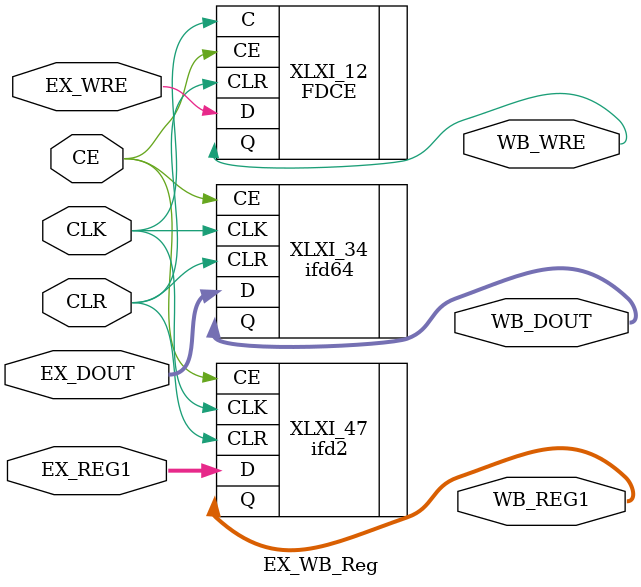
<source format=v>
`timescale 1ns / 1ps

module EX_WB_Reg(CE, 
                 CLK, 
                 CLR, 
                 EX_DOUT, 
                 EX_REG1, 
                 EX_WRE, 
                 WB_DOUT, 
                 WB_REG1, 
                 WB_WRE);

    input CE;
    input CLK;
    input CLR;
    input [63:0] EX_DOUT;
    input [1:0] EX_REG1;
    input EX_WRE;
   output [63:0] WB_DOUT;
   output [1:0] WB_REG1;
   output WB_WRE;
   
   
   FDCE XLXI_12 (.C(CLK), 
                 .CE(CE), 
                 .CLR(CLR), 
                 .D(EX_WRE), 
                 .Q(WB_WRE));
   defparam XLXI_12.INIT = 1'b0;
   ifd64 XLXI_34 (.CE(CE), 
                  .CLK(CLK), 
                  .CLR(CLR), 
                  .D(EX_DOUT[63:0]), 
                  .Q(WB_DOUT[63:0]));
   ifd2 XLXI_47 (.CE(CE), 
                 .CLK(CLK), 
                 .CLR(CLR), 
                 .D(EX_REG1[1:0]), 
                 .Q(WB_REG1[1:0]));
endmodule

</source>
